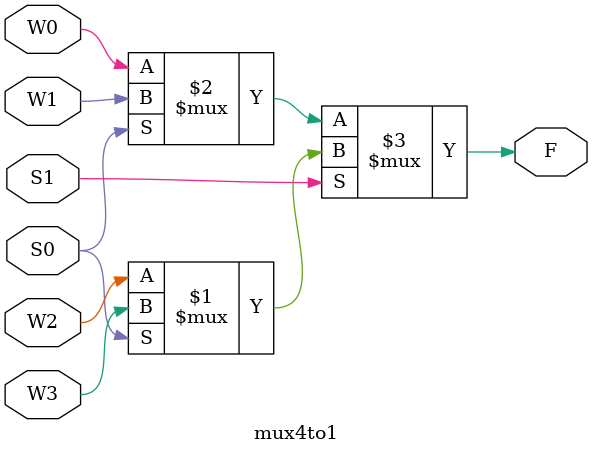
<source format=v>
module mux4to1(	// file.cleaned.mlir:2:3
  input  W0,	// file.cleaned.mlir:2:25
         W1,	// file.cleaned.mlir:2:38
         W2,	// file.cleaned.mlir:2:51
         W3,	// file.cleaned.mlir:2:64
         S0,	// file.cleaned.mlir:2:77
         S1,	// file.cleaned.mlir:2:90
  output F	// file.cleaned.mlir:2:104
);

  assign F = S1 ? (S0 ? W3 : W2) : S0 ? W1 : W0;	// file.cleaned.mlir:3:10, :4:10, :5:10, :6:5
endmodule


</source>
